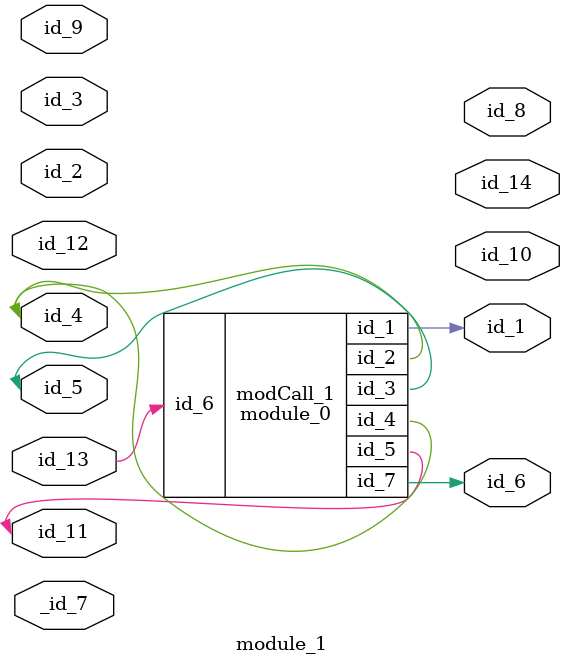
<source format=v>
module module_0 (
    id_1,
    id_2,
    id_3,
    id_4,
    id_5,
    id_6,
    id_7
);
  output wire id_7;
  input wire id_6;
  inout wire id_5;
  inout wire id_4;
  inout wire id_3;
  output wire id_2;
  output wire id_1;
  wire id_8;
  ;
endmodule
module module_1 #(
    parameter id_7 = 32'd24
) (
    id_1,
    id_2,
    id_3,
    id_4,
    id_5,
    id_6,
    _id_7,
    id_8,
    id_9,
    id_10,
    id_11,
    id_12,
    id_13,
    id_14
);
  output wire id_14;
  input wire id_13;
  input wire id_12;
  inout wire id_11;
  output wire id_10;
  input wire id_9;
  output wire id_8;
  inout wire _id_7;
  output wire id_6;
  inout wire id_5;
  module_0 modCall_1 (
      id_1,
      id_4,
      id_5,
      id_4,
      id_11,
      id_13,
      id_6
  );
  inout wire id_4;
  inout wire id_3;
  input wire id_2;
  output wire id_1;
  wire [1 : id_7] id_15;
  integer id_16;
endmodule

</source>
